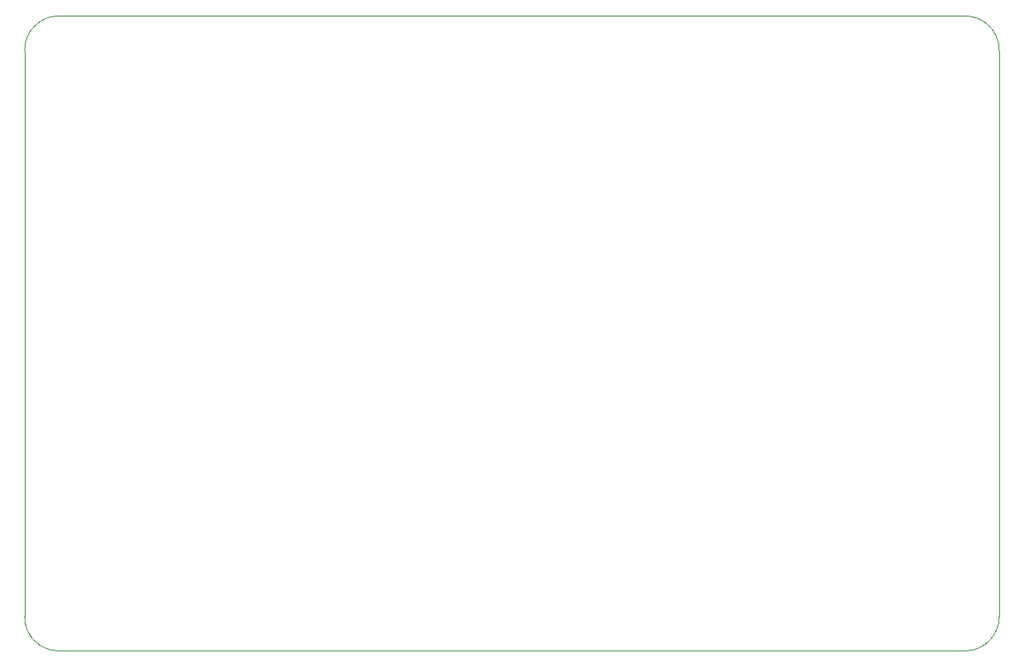
<source format=gbr>
G04 #@! TF.GenerationSoftware,KiCad,Pcbnew,(5.1.4)-1*
G04 #@! TF.CreationDate,2021-01-17T20:08:53-03:30*
G04 #@! TF.ProjectId,AUV_Pi_Expansion,4155565f-5069-45f4-9578-70616e73696f,V1.0*
G04 #@! TF.SameCoordinates,Original*
G04 #@! TF.FileFunction,Profile,NP*
%FSLAX46Y46*%
G04 Gerber Fmt 4.6, Leading zero omitted, Abs format (unit mm)*
G04 Created by KiCad (PCBNEW (5.1.4)-1) date 2021-01-17 20:08:53*
%MOMM*%
%LPD*%
G04 APERTURE LIST*
%ADD10C,0.050000*%
G04 APERTURE END LIST*
D10*
X150000000Y-143750000D02*
X150000000Y-88300000D01*
X50000000Y-88300000D02*
G75*
G02X53500000Y-84800000I3500000J0D01*
G01*
X146500000Y-84800000D02*
G75*
G02X150000000Y-88300000I0J-3500000D01*
G01*
X150000000Y-146500000D02*
G75*
G02X146500000Y-150000000I-3500000J0D01*
G01*
X53500000Y-150000000D02*
G75*
G02X50000000Y-146500000I0J3500000D01*
G01*
X50000000Y-88300000D02*
X50000000Y-146500000D01*
X146500000Y-84800000D02*
X53500000Y-84800000D01*
X150000000Y-146500000D02*
X150000000Y-143750000D01*
X53500000Y-150000000D02*
X146500000Y-150000000D01*
M02*

</source>
